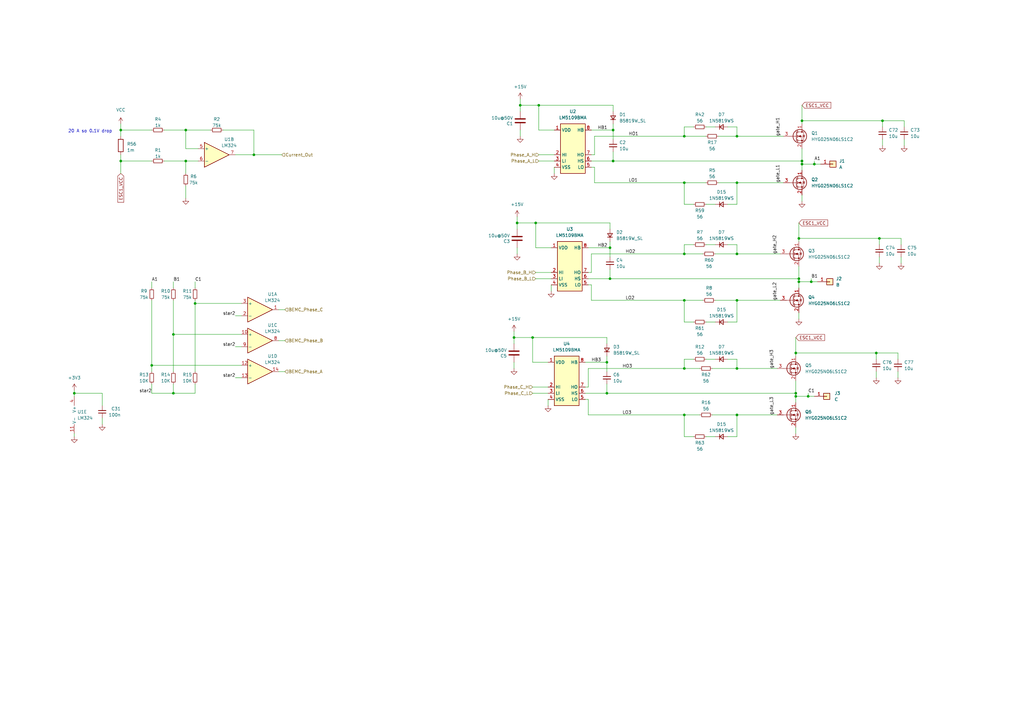
<source format=kicad_sch>
(kicad_sch (version 20230121) (generator eeschema)
  (paper "A3")
  (junction (at 280.67 74.93))
  (junction (at 359.41 144.78))
  (junction (at 210.82 138.43))
  (junction (at 331.47 162.56))
  (junction (at 302.26 170.18))
  (junction (at 280.67 151.13))
  (junction (at 218.44 138.43))
  (junction (at 71.12 161.29))
  (junction (at 248.92 161.29))
  (junction (at 302.26 151.13))
  (junction (at 334.01 67.31))
  (junction (at 302.26 74.93))
  (junction (at 213.36 43.18))
  (junction (at 328.93 49.53))
  (junction (at 360.68 97.79))
  (junction (at 302.26 55.88))
  (junction (at 302.26 104.14))
  (junction (at 280.67 123.19))
  (junction (at 280.67 55.88))
  (junction (at 250.19 101.6))
  (junction (at 361.95 49.53))
  (junction (at 30.48 161.29))
  (junction (at 280.67 104.14))
  (junction (at 327.66 97.79))
  (junction (at 327.66 114.3))
  (junction (at 328.93 66.04))
  (junction (at 104.14 63.5))
  (junction (at 76.2 66.04))
  (junction (at 219.71 91.44))
  (junction (at 80.01 124.46))
  (junction (at 326.39 162.56))
  (junction (at 62.23 149.86))
  (junction (at 328.93 67.31))
  (junction (at 212.09 91.44))
  (junction (at 332.74 115.57))
  (junction (at 327.66 115.57))
  (junction (at 49.53 53.34))
  (junction (at 251.46 66.04))
  (junction (at 49.53 66.04))
  (junction (at 326.39 144.78))
  (junction (at 326.39 161.29))
  (junction (at 248.92 148.59))
  (junction (at 251.46 53.34))
  (junction (at 280.67 170.18))
  (junction (at 302.26 123.19))
  (junction (at 220.98 43.18))
  (junction (at 71.12 137.16))
  (junction (at 76.2 53.34))
  (junction (at 250.19 114.3))
  (wire (pts (xy 327.66 128.27) (xy 327.66 130.81)))
  (wire (pts (xy 327.66 91.44) (xy 327.66 97.79)))
  (wire (pts (xy 284.48 100.33) (xy 280.67 100.33)))
  (wire (pts (xy 243.84 74.93) (xy 280.67 74.93)))
  (wire (pts (xy 104.14 53.34) (xy 91.44 53.34)))
  (wire (pts (xy 114.3 152.4) (xy 116.84 152.4)))
  (wire (pts (xy 360.68 105.41) (xy 360.68 107.95)))
  (wire (pts (xy 240.03 148.59) (xy 248.92 148.59)))
  (wire (pts (xy 219.71 114.3) (xy 226.06 114.3)))
  (wire (pts (xy 327.66 115.57) (xy 332.74 115.57)))
  (wire (pts (xy 71.12 123.19) (xy 71.12 137.16)))
  (wire (pts (xy 62.23 53.34) (xy 49.53 53.34)))
  (wire (pts (xy 280.67 123.19) (xy 288.29 123.19)))
  (wire (pts (xy 328.93 67.31) (xy 328.93 69.85)))
  (wire (pts (xy 62.23 149.86) (xy 99.06 149.86)))
  (wire (pts (xy 284.48 83.82) (xy 280.67 83.82)))
  (wire (pts (xy 212.09 101.6) (xy 212.09 104.14)))
  (wire (pts (xy 62.23 152.4) (xy 62.23 149.86)))
  (wire (pts (xy 359.41 144.78) (xy 368.3 144.78)))
  (wire (pts (xy 49.53 63.5) (xy 49.53 66.04)))
  (wire (pts (xy 293.37 179.07) (xy 289.56 179.07)))
  (wire (pts (xy 332.74 115.57) (xy 335.28 115.57)))
  (wire (pts (xy 332.74 114.3) (xy 332.74 115.57)))
  (wire (pts (xy 80.01 115.57) (xy 80.01 118.11)))
  (wire (pts (xy 284.48 179.07) (xy 280.67 179.07)))
  (wire (pts (xy 76.2 66.04) (xy 76.2 71.12)))
  (wire (pts (xy 213.36 43.18) (xy 213.36 45.72)))
  (wire (pts (xy 218.44 158.75) (xy 224.79 158.75)))
  (wire (pts (xy 250.19 105.41) (xy 250.19 101.6)))
  (wire (pts (xy 41.91 171.45) (xy 41.91 173.99)))
  (wire (pts (xy 62.23 118.11) (xy 62.23 115.57)))
  (wire (pts (xy 361.95 57.15) (xy 361.95 59.69)))
  (wire (pts (xy 280.67 74.93) (xy 280.67 83.82)))
  (wire (pts (xy 328.93 67.31) (xy 334.01 67.31)))
  (wire (pts (xy 293.37 100.33) (xy 289.56 100.33)))
  (wire (pts (xy 326.39 162.56) (xy 326.39 165.1)))
  (wire (pts (xy 49.53 66.04) (xy 49.53 71.12)))
  (wire (pts (xy 243.84 55.88) (xy 280.67 55.88)))
  (wire (pts (xy 242.57 111.76) (xy 242.57 104.14)))
  (wire (pts (xy 212.09 88.9) (xy 212.09 91.44)))
  (wire (pts (xy 226.06 116.84) (xy 226.06 119.38)))
  (wire (pts (xy 292.1 151.13) (xy 302.26 151.13)))
  (wire (pts (xy 219.71 111.76) (xy 226.06 111.76)))
  (wire (pts (xy 302.26 83.82) (xy 298.45 83.82)))
  (wire (pts (xy 280.67 151.13) (xy 287.02 151.13)))
  (wire (pts (xy 368.3 144.78) (xy 368.3 147.32)))
  (wire (pts (xy 302.26 104.14) (xy 302.26 100.33)))
  (wire (pts (xy 369.57 97.79) (xy 369.57 100.33)))
  (wire (pts (xy 243.84 68.58) (xy 243.84 74.93)))
  (wire (pts (xy 76.2 53.34) (xy 67.31 53.34)))
  (wire (pts (xy 250.19 91.44) (xy 250.19 93.98)))
  (wire (pts (xy 280.67 100.33) (xy 280.67 104.14)))
  (wire (pts (xy 242.57 116.84) (xy 242.57 123.19)))
  (wire (pts (xy 370.84 49.53) (xy 370.84 52.07)))
  (wire (pts (xy 49.53 53.34) (xy 49.53 55.88)))
  (wire (pts (xy 328.93 66.04) (xy 328.93 67.31)))
  (wire (pts (xy 280.67 123.19) (xy 280.67 132.08)))
  (wire (pts (xy 327.66 115.57) (xy 327.66 118.11)))
  (wire (pts (xy 220.98 43.18) (xy 251.46 43.18)))
  (wire (pts (xy 210.82 138.43) (xy 218.44 138.43)))
  (wire (pts (xy 80.01 124.46) (xy 80.01 152.4)))
  (wire (pts (xy 302.26 170.18) (xy 302.26 179.07)))
  (wire (pts (xy 360.68 97.79) (xy 369.57 97.79)))
  (wire (pts (xy 327.66 97.79) (xy 327.66 99.06)))
  (wire (pts (xy 302.26 55.88) (xy 302.26 52.07)))
  (wire (pts (xy 81.28 66.04) (xy 76.2 66.04)))
  (wire (pts (xy 334.01 67.31) (xy 336.55 67.31)))
  (wire (pts (xy 302.26 74.93) (xy 321.31 74.93)))
  (wire (pts (xy 241.3 151.13) (xy 280.67 151.13)))
  (wire (pts (xy 242.57 53.34) (xy 251.46 53.34)))
  (wire (pts (xy 241.3 111.76) (xy 242.57 111.76)))
  (wire (pts (xy 326.39 144.78) (xy 326.39 146.05)))
  (wire (pts (xy 248.92 152.4) (xy 248.92 148.59)))
  (wire (pts (xy 302.26 100.33) (xy 298.45 100.33)))
  (wire (pts (xy 242.57 66.04) (xy 251.46 66.04)))
  (wire (pts (xy 30.48 161.29) (xy 30.48 162.56)))
  (wire (pts (xy 242.57 123.19) (xy 280.67 123.19)))
  (wire (pts (xy 302.26 170.18) (xy 318.77 170.18)))
  (wire (pts (xy 96.52 142.24) (xy 99.06 142.24)))
  (wire (pts (xy 86.36 53.34) (xy 76.2 53.34)))
  (wire (pts (xy 241.3 158.75) (xy 241.3 151.13)))
  (wire (pts (xy 251.46 57.15) (xy 251.46 53.34)))
  (wire (pts (xy 280.67 170.18) (xy 280.67 179.07)))
  (wire (pts (xy 80.01 157.48) (xy 80.01 161.29)))
  (wire (pts (xy 49.53 50.8) (xy 49.53 53.34)))
  (wire (pts (xy 280.67 147.32) (xy 280.67 151.13)))
  (wire (pts (xy 71.12 137.16) (xy 71.12 152.4)))
  (wire (pts (xy 80.01 123.19) (xy 80.01 124.46)))
  (wire (pts (xy 219.71 91.44) (xy 250.19 91.44)))
  (wire (pts (xy 302.26 179.07) (xy 298.45 179.07)))
  (wire (pts (xy 248.92 161.29) (xy 248.92 157.48)))
  (wire (pts (xy 242.57 63.5) (xy 243.84 63.5)))
  (wire (pts (xy 302.26 55.88) (xy 321.31 55.88)))
  (wire (pts (xy 328.93 43.18) (xy 328.93 49.53)))
  (wire (pts (xy 284.48 132.08) (xy 280.67 132.08)))
  (wire (pts (xy 250.19 99.06) (xy 250.19 101.6)))
  (wire (pts (xy 293.37 83.82) (xy 289.56 83.82)))
  (wire (pts (xy 326.39 138.43) (xy 326.39 144.78)))
  (wire (pts (xy 326.39 175.26) (xy 326.39 177.8)))
  (wire (pts (xy 96.52 63.5) (xy 104.14 63.5)))
  (wire (pts (xy 328.93 66.04) (xy 328.93 60.96)))
  (wire (pts (xy 241.3 116.84) (xy 242.57 116.84)))
  (wire (pts (xy 240.03 158.75) (xy 241.3 158.75)))
  (wire (pts (xy 220.98 66.04) (xy 227.33 66.04)))
  (wire (pts (xy 331.47 161.29) (xy 331.47 162.56)))
  (wire (pts (xy 76.2 66.04) (xy 67.31 66.04)))
  (wire (pts (xy 251.46 66.04) (xy 328.93 66.04)))
  (wire (pts (xy 292.1 170.18) (xy 302.26 170.18)))
  (wire (pts (xy 294.64 74.93) (xy 302.26 74.93)))
  (wire (pts (xy 250.19 114.3) (xy 250.19 110.49)))
  (wire (pts (xy 240.03 163.83) (xy 241.3 163.83)))
  (wire (pts (xy 220.98 63.5) (xy 227.33 63.5)))
  (wire (pts (xy 359.41 147.32) (xy 359.41 144.78)))
  (wire (pts (xy 62.23 161.29) (xy 62.23 157.48)))
  (wire (pts (xy 360.68 100.33) (xy 360.68 97.79)))
  (wire (pts (xy 302.26 52.07) (xy 298.45 52.07)))
  (wire (pts (xy 242.57 68.58) (xy 243.84 68.58)))
  (wire (pts (xy 248.92 138.43) (xy 248.92 140.97)))
  (wire (pts (xy 369.57 105.41) (xy 369.57 107.95)))
  (wire (pts (xy 210.82 135.89) (xy 210.82 138.43)))
  (wire (pts (xy 250.19 114.3) (xy 327.66 114.3)))
  (wire (pts (xy 361.95 49.53) (xy 370.84 49.53)))
  (wire (pts (xy 243.84 63.5) (xy 243.84 55.88)))
  (wire (pts (xy 41.91 161.29) (xy 30.48 161.29)))
  (wire (pts (xy 326.39 161.29) (xy 326.39 156.21)))
  (wire (pts (xy 218.44 161.29) (xy 224.79 161.29)))
  (wire (pts (xy 326.39 144.78) (xy 359.41 144.78)))
  (wire (pts (xy 99.06 137.16) (xy 71.12 137.16)))
  (wire (pts (xy 280.67 74.93) (xy 289.56 74.93)))
  (wire (pts (xy 334.01 66.04) (xy 334.01 67.31)))
  (wire (pts (xy 293.37 123.19) (xy 302.26 123.19)))
  (wire (pts (xy 284.48 52.07) (xy 280.67 52.07)))
  (wire (pts (xy 284.48 147.32) (xy 280.67 147.32)))
  (wire (pts (xy 219.71 101.6) (xy 226.06 101.6)))
  (wire (pts (xy 114.3 139.7) (xy 116.84 139.7)))
  (wire (pts (xy 104.14 63.5) (xy 115.57 63.5)))
  (wire (pts (xy 302.26 151.13) (xy 302.26 147.32)))
  (wire (pts (xy 302.26 123.19) (xy 302.26 132.08)))
  (wire (pts (xy 302.26 123.19) (xy 320.04 123.19)))
  (wire (pts (xy 280.67 104.14) (xy 288.29 104.14)))
  (wire (pts (xy 326.39 161.29) (xy 326.39 162.56)))
  (wire (pts (xy 220.98 53.34) (xy 227.33 53.34)))
  (wire (pts (xy 104.14 63.5) (xy 104.14 53.34)))
  (wire (pts (xy 331.47 162.56) (xy 334.01 162.56)))
  (wire (pts (xy 210.82 138.43) (xy 210.82 140.97)))
  (wire (pts (xy 218.44 138.43) (xy 248.92 138.43)))
  (wire (pts (xy 328.93 80.01) (xy 328.93 82.55)))
  (wire (pts (xy 302.26 147.32) (xy 298.45 147.32)))
  (wire (pts (xy 227.33 68.58) (xy 227.33 71.12)))
  (wire (pts (xy 280.67 170.18) (xy 287.02 170.18)))
  (wire (pts (xy 294.64 55.88) (xy 302.26 55.88)))
  (wire (pts (xy 328.93 49.53) (xy 361.95 49.53)))
  (wire (pts (xy 293.37 52.07) (xy 289.56 52.07)))
  (wire (pts (xy 71.12 115.57) (xy 71.12 118.11)))
  (wire (pts (xy 302.26 104.14) (xy 320.04 104.14)))
  (wire (pts (xy 76.2 53.34) (xy 76.2 60.96)))
  (wire (pts (xy 218.44 138.43) (xy 218.44 148.59)))
  (wire (pts (xy 359.41 152.4) (xy 359.41 154.94)))
  (wire (pts (xy 241.3 101.6) (xy 250.19 101.6)))
  (wire (pts (xy 251.46 50.8) (xy 251.46 53.34)))
  (wire (pts (xy 280.67 52.07) (xy 280.67 55.88)))
  (wire (pts (xy 213.36 40.64) (xy 213.36 43.18)))
  (wire (pts (xy 218.44 148.59) (xy 224.79 148.59)))
  (wire (pts (xy 114.3 127) (xy 116.84 127)))
  (wire (pts (xy 327.66 114.3) (xy 327.66 109.22)))
  (wire (pts (xy 41.91 166.37) (xy 41.91 161.29)))
  (wire (pts (xy 241.3 114.3) (xy 250.19 114.3)))
  (wire (pts (xy 280.67 55.88) (xy 289.56 55.88)))
  (wire (pts (xy 370.84 57.15) (xy 370.84 59.69)))
  (wire (pts (xy 240.03 161.29) (xy 248.92 161.29)))
  (wire (pts (xy 327.66 114.3) (xy 327.66 115.57)))
  (wire (pts (xy 248.92 146.05) (xy 248.92 148.59)))
  (wire (pts (xy 81.28 60.96) (xy 76.2 60.96)))
  (wire (pts (xy 251.46 66.04) (xy 251.46 62.23)))
  (wire (pts (xy 302.26 132.08) (xy 298.45 132.08)))
  (wire (pts (xy 251.46 43.18) (xy 251.46 45.72)))
  (wire (pts (xy 80.01 124.46) (xy 99.06 124.46)))
  (wire (pts (xy 241.3 170.18) (xy 280.67 170.18)))
  (wire (pts (xy 224.79 163.83) (xy 224.79 166.37)))
  (wire (pts (xy 368.3 152.4) (xy 368.3 154.94)))
  (wire (pts (xy 293.37 132.08) (xy 289.56 132.08)))
  (wire (pts (xy 96.52 129.54) (xy 99.06 129.54)))
  (wire (pts (xy 328.93 49.53) (xy 328.93 50.8)))
  (wire (pts (xy 302.26 151.13) (xy 318.77 151.13)))
  (wire (pts (xy 213.36 53.34) (xy 213.36 55.88)))
  (wire (pts (xy 212.09 91.44) (xy 219.71 91.44)))
  (wire (pts (xy 241.3 163.83) (xy 241.3 170.18)))
  (wire (pts (xy 242.57 104.14) (xy 280.67 104.14)))
  (wire (pts (xy 210.82 148.59) (xy 210.82 151.13)))
  (wire (pts (xy 293.37 104.14) (xy 302.26 104.14)))
  (wire (pts (xy 30.48 177.8) (xy 30.48 179.07)))
  (wire (pts (xy 62.23 149.86) (xy 62.23 123.19)))
  (wire (pts (xy 30.48 160.02) (xy 30.48 161.29)))
  (wire (pts (xy 96.52 154.94) (xy 99.06 154.94)))
  (wire (pts (xy 76.2 76.2) (xy 76.2 81.28)))
  (wire (pts (xy 326.39 162.56) (xy 331.47 162.56)))
  (wire (pts (xy 248.92 161.29) (xy 326.39 161.29)))
  (wire (pts (xy 71.12 161.29) (xy 62.23 161.29)))
  (wire (pts (xy 80.01 161.29) (xy 71.12 161.29)))
  (wire (pts (xy 220.98 43.18) (xy 220.98 53.34)))
  (wire (pts (xy 212.09 91.44) (xy 212.09 93.98)))
  (wire (pts (xy 327.66 97.79) (xy 360.68 97.79)))
  (wire (pts (xy 62.23 66.04) (xy 49.53 66.04)))
  (wire (pts (xy 302.26 74.93) (xy 302.26 83.82)))
  (wire (pts (xy 361.95 52.07) (xy 361.95 49.53)))
  (wire (pts (xy 71.12 157.48) (xy 71.12 161.29)))
  (wire (pts (xy 293.37 147.32) (xy 289.56 147.32)))
  (wire (pts (xy 213.36 43.18) (xy 220.98 43.18)))
  (wire (pts (xy 219.71 91.44) (xy 219.71 101.6)))
  (text "20 A so 0.1V drop" (at 27.94 54.61 0) (effects (font (size 1.27 1.27)) (justify left bottom)))
  (label "star2" (at 96.52 154.94 180))
  (label "gate_L2" (at 318.77 123.19 90))
  (label "gate_H1" (at 320.04 55.88 90))
  (label "B1" (at 71.12 115.57 0))
  (label "A1" (at 62.23 115.57 0))
  (label "gate_L3" (at 317.5 170.18 90))
  (label "C1" (at 80.01 115.57 0))
  (label "LO3" (at 255.27 170.18 0))
  (label "gate_H2" (at 318.77 104.14 90))
  (label "LO2" (at 256.54 123.19 0))
  (label "star2" (at 96.52 142.24 180))
  (label "HB1" (at 245.11 53.34 0))
  (label "HB2" (at 245.11 101.6 0))
  (label "LO1" (at 257.81 74.93 0))
  (label "gate_H3" (at 317.5 151.13 90))
  (label "B1" (at 332.74 114.3 0))
  (label "HB3" (at 242.57 148.59 0))
  (label "C1" (at 331.47 161.29 0))
  (label "gate_L1" (at 320.04 74.93 90))
  (label "star2" (at 62.23 161.29 180))
  (label "star2" (at 96.52 129.54 180))
  (label "A1" (at 334.01 66.04 0))
  (label "HO3" (at 255.27 151.13 0))
  (label "HO1" (at 257.81 55.88 0))
  (label "HO2" (at 256.54 104.14 0))
  (global_label "ESC1_VCC" (shape input) (at 326.39 138.43 0) (property "Intersheetrefs" "${INTERSHEET_REFS}" (effects hide)))
  (global_label "ESC1_VCC" (shape input) (at 328.93 43.18 0) (property "Intersheetrefs" "${INTERSHEET_REFS}" (effects hide)))
  (global_label "ESC1_VCC" (shape input) (at 49.53 71.12 270) (property "Intersheetrefs" "${INTERSHEET_REFS}" (effects hide)))
  (global_label "ESC1_VCC" (shape input) (at 327.66 91.44 0) (property "Intersheetrefs" "${INTERSHEET_REFS}" (effects hide)))
  (hierarchical_label "Phase_C_L" (shape input) (at 218.44 161.29 180))
  (hierarchical_label "BEMC_Phase_A" (shape input) (at 116.84 152.4 0))
  (hierarchical_label "Phase_C_H" (shape input) (at 218.44 158.75 180))
  (hierarchical_label "Phase_A_H" (shape input) (at 220.98 63.5 180))
  (hierarchical_label "BEMC_Phase_C" (shape input) (at 116.84 127 0))
  (hierarchical_label "Phase_A_L" (shape input) (at 220.98 66.04 180))
  (hierarchical_label "Phase_B_L" (shape input) (at 219.71 114.3 180))
  (hierarchical_label "Current_Out" (shape input) (at 115.57 63.5 0))
  (hierarchical_label "Phase_B_H" (shape input) (at 219.71 111.76 180))
  (hierarchical_label "BEMC_Phase_B" (shape input) (at 116.84 139.7 0))
  (symbol (lib_id "Device:C_Small") (at 360.68 102.87 0) (unit 1)
    (property "Reference" "C74" (at 363.22 101.6062 0) (effects (justify left)))
    (property "Value" "10u" (at 363.22 104.1462 0) (effects (justify left)))
    (property "Footprint" "Capacitor_SMD:C_1206_3216Metric" (effects hide))
    (property "LCSC" "C13585" (effects hide))
    (instances (project "ESP32_dual_ESC" (path "" (reference "C74") (unit 1)) (path "" (reference "C68") (unit 1))) (project "RP2040_ESP32_dual_ESC" (path "" (reference "C24") (unit 1)) (path "" (reference "C2") (unit 1))))
  )
  (symbol (lib_id "power:GND") (at 359.41 154.94 0) (unit 1)
    (property "Reference" "#PWR096" (effects hide))
    (property "Value" "GND" (effects hide))
    (instances (project "ESP32_dual_ESC" (path "" (reference "#PWR096") (unit 1)) (path "" (reference "#PWR068") (unit 1))) (project "RP2040_ESP32_dual_ESC" (path "" (reference "#PWR0109") (unit 1)) (path "" (reference "#PWR0101") (unit 1))))
  )
  (symbol (lib_id "power:+15V") (at 210.82 135.89 0) (unit 1)
    (property "Reference" "#PWR011" (effects hide))
    (property "Value" "+15V" (at 210.82 130.81 0))
    (instances (project "ESP32_dual_ESC" (path "" (reference "#PWR011") (unit 1))) (project "RP2040_ESP32_dual_ESC" (path "" (reference "#PWR052") (unit 1)) (path "" (reference "#PWR011") (unit 1))))
  )
  (symbol (lib_id "Device:R_Small") (at 287.02 83.82 270) (mirror x) (unit 1)
    (property "Reference" "R59" (at 287.02 86.36 90))
    (property "Value" "56" (at 287.02 88.9 90))
    (property "Footprint" "Resistor_SMD:R_0603_1608Metric" (effects hide))
    (property "LCSC" "C25196" (effects hide))
    (instances (project "ESP32_dual_ESC" (path "" (reference "R59") (unit 1)) (path "" (reference "R28") (unit 1))) (project "RP2040_ESP32_dual_ESC" (path "" (reference "R42") (unit 1)) (path "" (reference "R17") (unit 1))))
  )
  (symbol (lib_id "Device:C_Small") (at 368.3 149.86 0) (unit 1)
    (property "Reference" "C77" (at 370.84 148.5962 0) (effects (justify left)))
    (property "Value" "10u" (at 370.84 151.1362 0) (effects (justify left)))
    (property "Footprint" "Capacitor_SMD:C_1206_3216Metric" (effects hide))
    (property "LCSC" "C13585" (effects hide))
    (instances (project "ESP32_dual_ESC" (path "" (reference "C77") (unit 1)) (path "" (reference "C71") (unit 1))) (project "RP2040_ESP32_dual_ESC" (path "" (reference "C24") (unit 1)) (path "" (reference "C2") (unit 1))))
  )
  (symbol (lib_id "Device:C") (at 212.09 97.79 180) (unit 1)
    (property "Reference" "C3" (at 209.169 98.9584 0) (effects (justify left)))
    (property "Value" "10u@50V" (at 209.169 96.647 0) (effects (justify left)))
    (property "Footprint" "Capacitor_SMD:C_0805_2012Metric" (effects hide))
    (property "LCSC" "C440198" (effects hide))
    (instances (project "ESP32_dual_ESC" (path "" (reference "C3") (unit 1))) (project "RP2040_ESP32_dual_ESC" (path "" (reference "C26") (unit 1)) (path "" (reference "C3") (unit 1))))
  )
  (symbol (lib_id "power:+15V") (at 213.36 40.64 0) (unit 1)
    (property "Reference" "#PWR02" (effects hide))
    (property "Value" "+15V" (at 213.36 35.56 0))
    (instances (project "ESP32_dual_ESC" (path "" (reference "#PWR02") (unit 1))) (project "RP2040_ESP32_dual_ESC" (path "" (reference "#PWR044") (unit 1)) (path "" (reference "#PWR02") (unit 1))))
  )
  (symbol (lib_name "D_Small_1") (lib_id "Device:D_Small") (at 295.91 52.07 0) (unit 1)
    (property "Reference" "D7" (at 295.91 46.99 0))
    (property "Value" "1N5819WS" (at 295.91 49.53 0))
    (property "Footprint" "Diode_SMD:D_SOD-323" (effects hide))
    (property "Datasheet" "https://datasheet.lcsc.com/lcsc/2204281430_Guangdong-Hottech-1N5819WS_C191023.pdf" (effects hide))
    (property "Sim.Device" "D" (effects hide))
    (property "Sim.Pins" "1=K 2=A" (effects hide))
    (property "LCSC" "C191023" (effects hide))
    (instances (project "ESP32_dual_ESC" (path "" (reference "D7") (unit 1)) (path "" (reference "D16") (unit 1))))
  )
  (symbol (lib_id "Amplifier_Operational:LM324") (at 88.9 63.5 0) (unit 2)
    (property "Reference" "U1" (at 93.98 57.15 0))
    (property "Value" "LM324" (at 93.98 59.69 0))
    (property "Datasheet" "http://www.ti.com/lit/ds/symlink/lm2902-n.pdf" (effects hide))
    (instances (project "ESP32_dual_ESC" (path "" (reference "U1") (unit 2))) (project "RP2040_ESP32_dual_ESC" (path "" (reference "U8") (unit 2)) (path "" (reference "U1") (unit 2))))
  )
  (symbol (lib_id "Device:R") (at 49.53 59.69 0) (unit 1)
    (property "Reference" "R56" (at 52.07 59.055 0) (effects (justify left)))
    (property "Value" "1m" (at 52.07 61.595 0) (effects (justify left)))
    (property "Footprint" "Resistor_SMD:R_2512_6332Metric" (effects hide))
    (instances (project "ESP32_dual_ESC" (path "" (reference "R56") (unit 1)) (path "" (reference "R3") (unit 1))))
  )
  (symbol (lib_id "power:GND") (at 226.06 119.38 0) (unit 1)
    (property "Reference" "#PWR09" (effects hide))
    (property "Value" "GND" (effects hide))
    (instances (project "ESP32_dual_ESC" (path "" (reference "#PWR09") (unit 1))) (project "RP2040_ESP32_dual_ESC" (path "" (reference "#PWR050") (unit 1)) (path "" (reference "#PWR09") (unit 1))))
  )
  (symbol (lib_id "power:GND") (at 213.36 55.88 0) (unit 1)
    (property "Reference" "#PWR03" (effects hide))
    (property "Value" "GND" (effects hide))
    (instances (project "ESP32_dual_ESC" (path "" (reference "#PWR03") (unit 1))) (project "RP2040_ESP32_dual_ESC" (path "" (reference "#PWR045") (unit 1)) (path "" (reference "#PWR03") (unit 1))))
  )
  (symbol (lib_id "power:VCC") (at 49.53 50.8 0) (unit 1)
    (property "Reference" "#PWR01" (effects hide))
    (property "Value" "VCC" (at 49.53 45.085 0))
    (instances (project "ESP32_dual_ESC" (path "" (reference "#PWR01") (unit 1))) (project "RP2040_ESP32_dual_ESC" (path "" (reference "#PWR0113") (unit 1)) (path "" (reference "#PWR0105") (unit 1))))
  )
  (symbol (lib_id "power:+15V") (at 212.09 88.9 0) (unit 1)
    (property "Reference" "#PWR07" (effects hide))
    (property "Value" "+15V" (at 212.09 83.82 0))
    (instances (project "ESP32_dual_ESC" (path "" (reference "#PWR07") (unit 1))) (project "RP2040_ESP32_dual_ESC" (path "" (reference "#PWR048") (unit 1)) (path "" (reference "#PWR07") (unit 1))))
  )
  (symbol (lib_id "Device:Q_NMOS_DSG") (at 326.39 74.93 0) (unit 1)
    (property "Reference" "Q2" (at 332.74 73.6599 0) (effects (justify left)))
    (property "Value" "HYG025N06LS1C2" (at 332.74 76.1999 0) (effects (justify left)))
    (property "Footprint" "Z_mycustom_footprint_lib:DFN-8_(5x6)" (effects hide))
    (property "Datasheet" "https://datasheet.lcsc.com/lcsc/2105242011_HUAYI-HYG025N06LS1C2_C2827231.pdf" (effects hide))
    (property "LCSC" "C2827231" (effects hide))
    (instances (project "ESP32_dual_ESC" (path "" (reference "Q2") (unit 1))) (project "RP2040_ESP32_dual_ESC" (path "" (reference "Q8") (unit 1)) (path "" (reference "Q2") (unit 1))))
  )
  (symbol (lib_id "power:GND") (at 326.39 177.8 0) (unit 1)
    (property "Reference" "#PWR017" (effects hide))
    (property "Value" "GND" (effects hide))
    (instances (project "ESP32_dual_ESC" (path "" (reference "#PWR017") (unit 1))) (project "RP2040_ESP32_dual_ESC" (path "" (reference "#PWR0110") (unit 1)) (path "" (reference "#PWR0102") (unit 1))))
  )
  (symbol (lib_id "Device:R_Small") (at 290.83 104.14 270) (mirror x) (unit 1)
    (property "Reference" "R60" (at 290.83 106.68 90))
    (property "Value" "56" (at 290.83 109.22 90))
    (property "Footprint" "Resistor_SMD:R_0603_1608Metric" (effects hide))
    (property "LCSC" "C25196" (effects hide))
    (instances (project "ESP32_dual_ESC" (path "" (reference "R60") (unit 1)) (path "" (reference "R28") (unit 1))) (project "RP2040_ESP32_dual_ESC" (path "" (reference "R42") (unit 1)) (path "" (reference "R17") (unit 1))))
  )
  (symbol (lib_id "Device:R_Small") (at 290.83 123.19 90) (mirror x) (unit 1)
    (property "Reference" "R8" (at 290.83 118.11 90))
    (property "Value" "56" (at 290.83 120.65 90))
    (property "Footprint" "Resistor_SMD:R_0603_1608Metric" (effects hide))
    (property "LCSC" "C25196" (effects hide))
    (instances (project "ESP32_dual_ESC" (path "" (reference "R8") (unit 1)) (path "" (reference "R28") (unit 1))) (project "RP2040_ESP32_dual_ESC" (path "" (reference "R42") (unit 1)) (path "" (reference "R17") (unit 1))))
  )
  (symbol (lib_name "D_Small_1") (lib_id "Device:D_Small") (at 295.91 179.07 0) (unit 1)
    (property "Reference" "D15" (at 295.91 173.99 0))
    (property "Value" "1N5819WS" (at 295.91 176.53 0))
    (property "Footprint" "Diode_SMD:D_SOD-323" (effects hide))
    (property "Datasheet" "https://datasheet.lcsc.com/lcsc/2204281430_Guangdong-Hottech-1N5819WS_C191023.pdf" (effects hide))
    (property "Sim.Device" "D" (effects hide))
    (property "Sim.Pins" "1=K 2=A" (effects hide))
    (property "LCSC" "C191023" (effects hide))
    (instances (project "ESP32_dual_ESC" (path "" (reference "D15") (unit 1)) (path "" (reference "D21") (unit 1))))
  )
  (symbol (lib_id "power:+3V3") (at 30.48 160.02 0) (unit 1)
    (property "Reference" "#PWR012" (effects hide))
    (property "Value" "+3V3" (at 30.48 154.94 0))
    (instances (project "ESP32_dual_ESC" (path "" (reference "#PWR012") (unit 1))) (project "RP2040_ESP32_dual_ESC" (path "" (reference "#PWR0116") (unit 1)) (path "" (reference "#PWR0108") (unit 1))))
  )
  (symbol (lib_name "D_Small_1") (lib_id "Device:D_Small") (at 295.91 132.08 0) (unit 1)
    (property "Reference" "D15" (at 295.91 127 0))
    (property "Value" "1N5819WS" (at 295.91 129.54 0))
    (property "Footprint" "Diode_SMD:D_SOD-323" (effects hide))
    (property "Datasheet" "https://datasheet.lcsc.com/lcsc/2204281430_Guangdong-Hottech-1N5819WS_C191023.pdf" (effects hide))
    (property "Sim.Device" "D" (effects hide))
    (property "Sim.Pins" "1=K 2=A" (effects hide))
    (property "LCSC" "C191023" (effects hide))
    (instances (project "ESP32_dual_ESC" (path "" (reference "D15") (unit 1)) (path "" (reference "D19") (unit 1))))
  )
  (symbol (lib_id "Device:C") (at 213.36 49.53 180) (unit 1)
    (property "Reference" "C1" (at 210.439 50.6984 0) (effects (justify left)))
    (property "Value" "10u@50V" (at 210.439 48.387 0) (effects (justify left)))
    (property "Footprint" "Capacitor_SMD:C_0805_2012Metric" (effects hide))
    (property "LCSC" "C440198" (effects hide))
    (instances (project "ESP32_dual_ESC" (path "" (reference "C1") (unit 1))) (project "RP2040_ESP32_dual_ESC" (path "" (reference "C23") (unit 1)) (path "" (reference "C1") (unit 1))))
  )
  (symbol (lib_id "Device:R_Small") (at 292.1 74.93 90) (mirror x) (unit 1)
    (property "Reference" "R5" (at 292.1 69.85 90))
    (property "Value" "56" (at 292.1 72.39 90))
    (property "Footprint" "Resistor_SMD:R_0603_1608Metric" (effects hide))
    (property "LCSC" "C25196" (effects hide))
    (instances (project "ESP32_dual_ESC" (path "" (reference "R5") (unit 1)) (path "" (reference "R28") (unit 1))) (project "RP2040_ESP32_dual_ESC" (path "" (reference "R42") (unit 1)) (path "" (reference "R17") (unit 1))))
  )
  (symbol (lib_id "Device:R_Small") (at 62.23 154.94 180) (unit 1)
    (property "Reference" "R13" (at 59.055 153.67 0))
    (property "Value" "10K" (at 59.055 156.21 0))
    (property "Footprint" "Resistor_SMD:R_0603_1608Metric" (effects hide))
    (property "LCSC" "C25804" (effects hide))
    (instances (project "ESP32_dual_ESC" (path "" (reference "R13") (unit 1))) (project "RP2040_ESP32_dual_ESC" (path "" (reference "R39") (unit 1)) (path "" (reference "R14") (unit 1))))
  )
  (symbol (lib_id "Device:C_Small") (at 359.41 149.86 0) (unit 1)
    (property "Reference" "C76" (at 361.95 148.5962 0) (effects (justify left)))
    (property "Value" "10u" (at 361.95 151.1362 0) (effects (justify left)))
    (property "Footprint" "Capacitor_SMD:C_1206_3216Metric" (effects hide))
    (property "LCSC" "C13585" (effects hide))
    (instances (project "ESP32_dual_ESC" (path "" (reference "C76") (unit 1)) (path "" (reference "C70") (unit 1))) (project "RP2040_ESP32_dual_ESC" (path "" (reference "C24") (unit 1)) (path "" (reference "C2") (unit 1))))
  )
  (symbol (lib_id "Connector_Generic:Conn_01x01") (at 340.36 115.57 0) (unit 1) (in_bom no)
    (property "Reference" "J2" (at 342.9 114.2999 0) (effects (justify left)))
    (property "Value" "B" (at 342.9 116.8399 0) (effects (justify left)))
    (property "Footprint" "MountingHole:MountingHole_2.5mm_Pad_TopBottom" (effects hide))
    (instances (project "ESP32_dual_ESC" (path "" (reference "J2") (unit 1))) (project "RP2040_ESP32_dual_ESC" (path "" (reference "J5") (unit 1)) (path "" (reference "J2") (unit 1))))
  )
  (symbol (lib_id "Amplifier_Operational:LM324") (at 106.68 127 0) (unit 1)
    (property "Reference" "U1" (at 111.76 120.65 0))
    (property "Value" "LM324" (at 111.76 123.19 0))
    (property "Datasheet" "http://www.ti.com/lit/ds/symlink/lm2902-n.pdf" (effects hide))
    (instances (project "ESP32_dual_ESC" (path "" (reference "U1") (unit 1))) (project "RP2040_ESP32_dual_ESC" (path "" (reference "U8") (unit 1)) (path "" (reference "U1") (unit 1))))
  )
  (symbol (lib_id "Device:D_Small") (at 248.92 143.51 90) (unit 1)
    (property "Reference" "D3" (at 251.46 142.2399 90) (effects (justify right)))
    (property "Value" "B5819W_SL" (at 251.46 144.7799 90) (effects (justify right)))
    (property "Footprint" "Diode_SMD:D_SOD-123" (effects hide))
    (property "LCSC" "C8598" (effects hide))
    (instances (project "ESP32_dual_ESC" (path "" (reference "D3") (unit 1))) (project "RP2040_ESP32_dual_ESC" (path "" (reference "D8") (unit 1)) (path "" (reference "D3") (unit 1))))
  )
  (symbol (lib_id "Device:R_Small") (at 80.01 154.94 180) (unit 1)
    (property "Reference" "R15" (at 76.835 153.67 0))
    (property "Value" "10K" (at 76.835 156.21 0))
    (property "Footprint" "Resistor_SMD:R_0603_1608Metric" (effects hide))
    (property "LCSC" "C25804" (effects hide))
    (instances (project "ESP32_dual_ESC" (path "" (reference "R15") (unit 1))) (project "RP2040_ESP32_dual_ESC" (path "" (reference "R41") (unit 1)) (path "" (reference "R16") (unit 1))))
  )
  (symbol (lib_id "power:GND") (at 360.68 107.95 0) (unit 1)
    (property "Reference" "#PWR094" (effects hide))
    (property "Value" "GND" (effects hide))
    (instances (project "ESP32_dual_ESC" (path "" (reference "#PWR094") (unit 1)) (path "" (reference "#PWR048") (unit 1))) (project "RP2040_ESP32_dual_ESC" (path "" (reference "#PWR0109") (unit 1)) (path "" (reference "#PWR0101") (unit 1))))
  )
  (symbol (lib_id "Device:C_Small") (at 41.91 168.91 180) (unit 1)
    (property "Reference" "C31" (at 49.53 167.64 0) (effects (justify left)))
    (property "Value" "100n" (at 49.53 170.18 0) (effects (justify left)))
    (property "Footprint" "Capacitor_SMD:C_0603_1608Metric" (effects hide))
    (property "LCSC" "C14663" (effects hide))
    (instances (project "Ethernet_switch_4out" (path "" (reference "C31") (unit 1)) (path "" (reference "C38") (unit 1)) (path "" (reference "C41") (unit 1)) (path "" (reference "C44") (unit 1)) (path "" (reference "C47") (unit 1))) (project "cross_band_handy_walkie_talkie_ES8388" (path "" (reference "C1") (unit 1))) (project "ESP32_dual_ESC" (path "" (reference "C14") (unit 1)) (path "" (reference "C7") (unit 1))))
  )
  (symbol (lib_id "Device:R_Small") (at 289.56 170.18 90) (mirror x) (unit 1)
    (property "Reference" "R16" (at 289.56 165.1 90))
    (property "Value" "56" (at 289.56 167.64 90))
    (property "Footprint" "Resistor_SMD:R_0603_1608Metric" (effects hide))
    (property "LCSC" "C25196" (effects hide))
    (instances (project "ESP32_dual_ESC" (path "" (reference "R16") (unit 1)) (path "" (reference "R28") (unit 1))) (project "RP2040_ESP32_dual_ESC" (path "" (reference "R42") (unit 1)) (path "" (reference "R17") (unit 1))))
  )
  (symbol (lib_id "power:GND") (at 369.57 107.95 0) (unit 1)
    (property "Reference" "#PWR095" (effects hide))
    (property "Value" "GND" (effects hide))
    (instances (project "ESP32_dual_ESC" (path "" (reference "#PWR095") (unit 1)) (path "" (reference "#PWR067") (unit 1))) (project "RP2040_ESP32_dual_ESC" (path "" (reference "#PWR0109") (unit 1)) (path "" (reference "#PWR0101") (unit 1))))
  )
  (symbol (lib_id "power:GND") (at 370.84 59.69 0) (unit 1)
    (property "Reference" "#PWR093" (effects hide))
    (property "Value" "GND" (effects hide))
    (instances (project "ESP32_dual_ESC" (path "" (reference "#PWR093") (unit 1)) (path "" (reference "#PWR047") (unit 1))) (project "RP2040_ESP32_dual_ESC" (path "" (reference "#PWR0109") (unit 1)) (path "" (reference "#PWR0101") (unit 1))))
  )
  (symbol (lib_id "Device:Q_NMOS_DSG") (at 323.85 151.13 0) (unit 1)
    (property "Reference" "Q5" (at 330.2 149.8599 0) (effects (justify left)))
    (property "Value" "HYG025N06LS1C2" (at 330.2 152.3999 0) (effects (justify left)))
    (property "Footprint" "Z_mycustom_footprint_lib:DFN-8_(5x6)" (effects hide))
    (property "Datasheet" "https://datasheet.lcsc.com/lcsc/2105242011_HUAYI-HYG025N06LS1C2_C2827231.pdf" (effects hide))
    (property "LCSC" "C2827231" (effects hide))
    (instances (project "ESP32_dual_ESC" (path "" (reference "Q5") (unit 1))) (project "RP2040_ESP32_dual_ESC" (path "" (reference "Q11") (unit 1)) (path "" (reference "Q5") (unit 1))))
  )
  (symbol (lib_id "Connector_Generic:Conn_01x01") (at 339.09 162.56 0) (unit 1) (in_bom no)
    (property "Reference" "J3" (at 342.265 161.2899 0) (effects (justify left)))
    (property "Value" "C" (at 342.265 163.8299 0) (effects (justify left)))
    (property "Footprint" "MountingHole:MountingHole_2.5mm_Pad_TopBottom" (effects hide))
    (instances (project "ESP32_dual_ESC" (path "" (reference "J3") (unit 1))) (project "RP2040_ESP32_dual_ESC" (path "" (reference "J6") (unit 1)) (path "" (reference "J3") (unit 1))))
  )
  (symbol (lib_id "Driver_FET:LM5109BMA") (at 234.95 60.96 0) (unit 1)
    (property "Reference" "U2" (at 234.95 45.72 0))
    (property "Value" "LM5109BMA" (at 234.95 48.26 0))
    (property "Footprint" "Package_SO:SOIC-8_3.9x4.9mm_P1.27mm" (effects hide))
    (property "Datasheet" "http://www.ti.com/lit/ds/symlink/lm5109b.pdf" (effects hide))
    (property "LCSC" "C116862" (effects hide))
    (instances (project "ESP32_dual_ESC" (path "" (reference "U2") (unit 1))) (project "RP2040_ESP32_dual_ESC" (path "" (reference "U9") (unit 1)) (path "" (reference "U2") (unit 1))))
  )
  (symbol (lib_id "Device:C_Small") (at 369.57 102.87 0) (unit 1)
    (property "Reference" "C75" (at 372.11 101.6062 0) (effects (justify left)))
    (property "Value" "10u" (at 372.11 104.1462 0) (effects (justify left)))
    (property "Footprint" "Capacitor_SMD:C_1206_3216Metric" (effects hide))
    (property "LCSC" "C13585" (effects hide))
    (instances (project "ESP32_dual_ESC" (path "" (reference "C75") (unit 1)) (path "" (reference "C69") (unit 1))) (project "RP2040_ESP32_dual_ESC" (path "" (reference "C24") (unit 1)) (path "" (reference "C2") (unit 1))))
  )
  (symbol (lib_id "Device:C_Small") (at 248.92 154.94 0) (unit 1)
    (property "Reference" "C6" (at 251.46 153.6762 0) (effects (justify left)))
    (property "Value" "10u" (at 251.46 156.2162 0) (effects (justify left)))
    (property "Footprint" "Capacitor_SMD:C_0805_2012Metric" (effects hide))
    (property "LCSC" "C15850" (effects hide))
    (instances (project "ESP32_dual_ESC" (path "" (reference "C6") (unit 1)) (path "" (reference "C19") (unit 1))) (project "RP2040_ESP32_dual_ESC" (path "" (reference "C24") (unit 1)) (path "" (reference "C2") (unit 1))))
  )
  (symbol (lib_id "Device:R_Small") (at 287.02 132.08 270) (mirror x) (unit 1)
    (property "Reference" "R61" (at 287.02 134.62 90))
    (property "Value" "56" (at 287.02 137.16 90))
    (property "Footprint" "Resistor_SMD:R_0603_1608Metric" (effects hide))
    (property "LCSC" "C25196" (effects hide))
    (instances (project "ESP32_dual_ESC" (path "" (reference "R61") (unit 1)) (path "" (reference "R28") (unit 1))) (project "RP2040_ESP32_dual_ESC" (path "" (reference "R42") (unit 1)) (path "" (reference "R17") (unit 1))))
  )
  (symbol (lib_id "Device:Q_NMOS_DSG") (at 325.12 104.14 0) (unit 1)
    (property "Reference" "Q3" (at 331.47 102.8699 0) (effects (justify left)))
    (property "Value" "HYG025N06LS1C2" (at 331.47 105.4099 0) (effects (justify left)))
    (property "Footprint" "Z_mycustom_footprint_lib:DFN-8_(5x6)" (effects hide))
    (property "Datasheet" "https://datasheet.lcsc.com/lcsc/2105242011_HUAYI-HYG025N06LS1C2_C2827231.pdf" (effects hide))
    (property "LCSC" "C2827231" (effects hide))
    (instances (project "ESP32_dual_ESC" (path "" (reference "Q3") (unit 1))) (project "RP2040_ESP32_dual_ESC" (path "" (reference "Q9") (unit 1)) (path "" (reference "Q3") (unit 1))))
  )
  (symbol (lib_id "Device:C_Small") (at 250.19 107.95 0) (unit 1)
    (property "Reference" "C4" (at 252.73 106.6862 0) (effects (justify left)))
    (property "Value" "10u" (at 252.73 109.2262 0) (effects (justify left)))
    (property "Footprint" "Capacitor_SMD:C_0805_2012Metric" (effects hide))
    (property "LCSC" "C15850" (effects hide))
    (instances (project "ESP32_dual_ESC" (path "" (reference "C4") (unit 1)) (path "" (reference "C19") (unit 1))) (project "RP2040_ESP32_dual_ESC" (path "" (reference "C24") (unit 1)) (path "" (reference "C2") (unit 1))))
  )
  (symbol (lib_id "Driver_FET:LM5109BMA") (at 233.68 109.22 0) (unit 1)
    (property "Reference" "U3" (at 233.68 93.98 0))
    (property "Value" "LM5109BMA" (at 233.68 96.52 0))
    (property "Footprint" "Package_SO:SOIC-8_3.9x4.9mm_P1.27mm" (effects hide))
    (property "Datasheet" "http://www.ti.com/lit/ds/symlink/lm5109b.pdf" (effects hide))
    (property "LCSC" "C116862" (effects hide))
    (instances (project "ESP32_dual_ESC" (path "" (reference "U3") (unit 1))) (project "RP2040_ESP32_dual_ESC" (path "" (reference "U10") (unit 1)) (path "" (reference "U3") (unit 1))))
  )
  (symbol (lib_id "Device:R_Small") (at 62.23 120.65 180) (unit 1)
    (property "Reference" "R9" (at 59.055 119.38 0))
    (property "Value" "75k" (at 59.055 121.92 0))
    (property "Footprint" "Resistor_SMD:R_0603_1608Metric" (effects hide))
    (property "LCSC" "C23242" (effects hide))
    (instances (project "ESP32_dual_ESC" (path "" (reference "R9") (unit 1))) (project "RP2040_ESP32_dual_ESC" (path "" (reference "R27") (unit 1)) (path "" (reference "R10") (unit 1))))
  )
  (symbol (lib_id "Device:C") (at 210.82 144.78 180) (unit 1)
    (property "Reference" "C5" (at 207.899 145.9484 0) (effects (justify left)))
    (property "Value" "10u@50V" (at 207.899 143.637 0) (effects (justify left)))
    (property "Footprint" "Capacitor_SMD:C_0805_2012Metric" (effects hide))
    (property "LCSC" "C440198" (effects hide))
    (instances (project "ESP32_dual_ESC" (path "" (reference "C5") (unit 1))) (project "RP2040_ESP32_dual_ESC" (path "" (reference "C28") (unit 1)) (path "" (reference "C5") (unit 1))))
  )
  (symbol (lib_id "power:GND") (at 368.3 154.94 0) (unit 1)
    (property "Reference" "#PWR097" (effects hide))
    (property "Value" "GND" (effects hide))
    (instances (project "ESP32_dual_ESC" (path "" (reference "#PWR097") (unit 1)) (path "" (reference "#PWR091") (unit 1))) (project "RP2040_ESP32_dual_ESC" (path "" (reference "#PWR0109") (unit 1)) (path "" (reference "#PWR0101") (unit 1))))
  )
  (symbol (lib_id "Device:R_Small") (at 64.77 66.04 270) (mirror x) (unit 1)
    (property "Reference" "R1" (at 64.77 61.595 90))
    (property "Value" "1k" (at 64.77 64.135 90))
    (property "Footprint" "Resistor_SMD:R_0402_1005Metric" (effects hide))
    (property "LCSC" "C11702" (effects hide))
    (instances (project "ESP32_dual_ESC" (path "" (reference "R1") (unit 1)) (path "" (reference "R26") (unit 1)) (path "" (reference "R66") (unit 1))) (project "RP2040_ESP32_dual_ESC" (path "" (reference "R41") (unit 1)) (path "" (reference "R16") (unit 1))))
  )
  (symbol (lib_name "D_Small_1") (lib_id "Device:D_Small") (at 295.91 147.32 0) (unit 1)
    (property "Reference" "D7" (at 295.91 142.24 0))
    (property "Value" "1N5819WS" (at 295.91 144.78 0))
    (property "Footprint" "Diode_SMD:D_SOD-323" (effects hide))
    (property "Datasheet" "https://datasheet.lcsc.com/lcsc/2204281430_Guangdong-Hottech-1N5819WS_C191023.pdf" (effects hide))
    (property "Sim.Device" "D" (effects hide))
    (property "Sim.Pins" "1=K 2=A" (effects hide))
    (property "LCSC" "C191023" (effects hide))
    (instances (project "ESP32_dual_ESC" (path "" (reference "D7") (unit 1)) (path "" (reference "D20") (unit 1))))
  )
  (symbol (lib_id "Device:R_Small") (at 287.02 147.32 90) (mirror x) (unit 1)
    (property "Reference" "R12" (at 287.02 142.24 90))
    (property "Value" "56" (at 287.02 144.78 90))
    (property "Footprint" "Resistor_SMD:R_0603_1608Metric" (effects hide))
    (property "LCSC" "C25196" (effects hide))
    (instances (project "ESP32_dual_ESC" (path "" (reference "R12") (unit 1)) (path "" (reference "R28") (unit 1))) (project "RP2040_ESP32_dual_ESC" (path "" (reference "R42") (unit 1)) (path "" (reference "R17") (unit 1))))
  )
  (symbol (lib_id "Amplifier_Operational:LM324") (at 106.68 152.4 0) (unit 4)
    (property "Reference" "U1" (at 111.76 146.05 0))
    (property "Value" "LM324" (at 111.76 148.59 0))
    (property "Datasheet" "http://www.ti.com/lit/ds/symlink/lm2902-n.pdf" (effects hide))
    (instances (project "ESP32_dual_ESC" (path "" (reference "U1") (unit 4))) (project "RP2040_ESP32_dual_ESC" (path "" (reference "U8") (unit 4)) (path "" (reference "U1") (unit 4))))
  )
  (symbol (lib_id "Connector_Generic:Conn_01x01") (at 341.63 67.31 0) (unit 1) (in_bom no)
    (property "Reference" "J1" (at 344.17 66.0399 0) (effects (justify left)))
    (property "Value" "A" (at 344.17 68.5799 0) (effects (justify left)))
    (property "Footprint" "MountingHole:MountingHole_2.5mm_Pad_TopBottom" (effects hide))
    (instances (project "ESP32_dual_ESC" (path "" (reference "J1") (unit 1))) (project "RP2040_ESP32_dual_ESC" (path "" (reference "J4") (unit 1)) (path "" (reference "J1") (unit 1))))
  )
  (symbol (lib_id "Device:C_Small") (at 251.46 59.69 0) (unit 1)
    (property "Reference" "C2" (at 254 58.4262 0) (effects (justify left)))
    (property "Value" "10u" (at 254 60.9662 0) (effects (justify left)))
    (property "Footprint" "Capacitor_SMD:C_0805_2012Metric" (effects hide))
    (property "LCSC" "C15850" (effects hide))
    (instances (project "ESP32_dual_ESC" (path "" (reference "C2") (unit 1)) (path "" (reference "C19") (unit 1))) (project "RP2040_ESP32_dual_ESC" (path "" (reference "C24") (unit 1)) (path "" (reference "C2") (unit 1))))
  )
  (symbol (lib_id "Amplifier_Operational:LM324") (at 106.68 139.7 0) (unit 3)
    (property "Reference" "U1" (at 111.76 133.35 0))
    (property "Value" "LM324" (at 111.76 135.89 0))
    (property "Datasheet" "http://www.ti.com/lit/ds/symlink/lm2902-n.pdf" (effects hide))
    (instances (project "ESP32_dual_ESC" (path "" (reference "U1") (unit 3))) (project "RP2040_ESP32_dual_ESC" (path "" (reference "U8") (unit 3)) (path "" (reference "U1") (unit 3))))
  )
  (symbol (lib_id "Device:R_Small") (at 71.12 120.65 180) (unit 1)
    (property "Reference" "R10" (at 67.945 119.38 0))
    (property "Value" "75k" (at 67.945 121.92 0))
    (property "Footprint" "Resistor_SMD:R_0603_1608Metric" (effects hide))
    (property "LCSC" "C23242" (effects hide))
    (instances (project "ESP32_dual_ESC" (path "" (reference "R10") (unit 1))) (project "RP2040_ESP32_dual_ESC" (path "" (reference "R27") (unit 1)) (path "" (reference "R10") (unit 1))))
  )
  (symbol (lib_id "power:GND") (at 212.09 104.14 0) (unit 1)
    (property "Reference" "#PWR08" (effects hide))
    (property "Value" "GND" (effects hide))
    (instances (project "ESP32_dual_ESC" (path "" (reference "#PWR08") (unit 1))) (project "RP2040_ESP32_dual_ESC" (path "" (reference "#PWR049") (unit 1)) (path "" (reference "#PWR08") (unit 1))))
  )
  (symbol (lib_id "power:GND") (at 210.82 151.13 0) (unit 1)
    (property "Reference" "#PWR013" (effects hide))
    (property "Value" "GND" (effects hide))
    (instances (project "ESP32_dual_ESC" (path "" (reference "#PWR013") (unit 1))) (project "RP2040_ESP32_dual_ESC" (path "" (reference "#PWR053") (unit 1)) (path "" (reference "#PWR013") (unit 1))))
  )
  (symbol (lib_id "Driver_FET:LM5109BMA") (at 232.41 156.21 0) (unit 1)
    (property "Reference" "U4" (at 232.41 140.97 0))
    (property "Value" "LM5109BMA" (at 232.41 143.51 0))
    (property "Footprint" "Package_SO:SOIC-8_3.9x4.9mm_P1.27mm" (effects hide))
    (property "Datasheet" "http://www.ti.com/lit/ds/symlink/lm5109b.pdf" (effects hide))
    (property "LCSC" "C116862" (effects hide))
    (instances (project "ESP32_dual_ESC" (path "" (reference "U4") (unit 1))) (project "RP2040_ESP32_dual_ESC" (path "" (reference "U11") (unit 1)) (path "" (reference "U4") (unit 1))))
  )
  (symbol (lib_id "power:GND") (at 361.95 59.69 0) (unit 1)
    (property "Reference" "#PWR092" (effects hide))
    (property "Value" "GND" (effects hide))
    (instances (project "ESP32_dual_ESC" (path "" (reference "#PWR092") (unit 1)) (path "" (reference "#PWR046") (unit 1))) (project "RP2040_ESP32_dual_ESC" (path "" (reference "#PWR0109") (unit 1)) (path "" (reference "#PWR0101") (unit 1))))
  )
  (symbol (lib_id "Device:R_Small") (at 287.02 100.33 90) (mirror x) (unit 1)
    (property "Reference" "R7" (at 287.02 95.25 90))
    (property "Value" "56" (at 287.02 97.79 90))
    (property "Footprint" "Resistor_SMD:R_0603_1608Metric" (effects hide))
    (property "LCSC" "C25196" (effects hide))
    (instances (project "ESP32_dual_ESC" (path "" (reference "R7") (unit 1)) (path "" (reference "R28") (unit 1))) (project "RP2040_ESP32_dual_ESC" (path "" (reference "R42") (unit 1)) (path "" (reference "R17") (unit 1))))
  )
  (symbol (lib_id "power:GND") (at 327.66 130.81 0) (unit 1)
    (property "Reference" "#PWR010" (effects hide))
    (property "Value" "GND" (effects hide))
    (instances (project "ESP32_dual_ESC" (path "" (reference "#PWR010") (unit 1))) (project "RP2040_ESP32_dual_ESC" (path "" (reference "#PWR0111") (unit 1)) (path "" (reference "#PWR0103") (unit 1))))
  )
  (symbol (lib_name "D_Small_1") (lib_id "Device:D_Small") (at 295.91 100.33 0) (unit 1)
    (property "Reference" "D7" (at 295.91 95.25 0))
    (property "Value" "1N5819WS" (at 295.91 97.79 0))
    (property "Footprint" "Diode_SMD:D_SOD-323" (effects hide))
    (property "Datasheet" "https://datasheet.lcsc.com/lcsc/2204281430_Guangdong-Hottech-1N5819WS_C191023.pdf" (effects hide))
    (property "Sim.Device" "D" (effects hide))
    (property "Sim.Pins" "1=K 2=A" (effects hide))
    (property "LCSC" "C191023" (effects hide))
    (instances (project "ESP32_dual_ESC" (path "" (reference "D7") (unit 1)) (path "" (reference "D18") (unit 1))))
  )
  (symbol (lib_id "power:GND") (at 227.33 71.12 0) (unit 1)
    (property "Reference" "#PWR05" (effects hide))
    (property "Value" "GND" (effects hide))
    (instances (project "ESP32_dual_ESC" (path "" (reference "#PWR05") (unit 1))) (project "RP2040_ESP32_dual_ESC" (path "" (reference "#PWR046") (unit 1)) (path "" (reference "#PWR05") (unit 1))))
  )
  (symbol (lib_id "Device:R_Small") (at 64.77 53.34 270) (mirror x) (unit 1)
    (property "Reference" "R4" (at 64.77 48.895 90))
    (property "Value" "1k" (at 64.77 51.435 90))
    (property "Footprint" "Resistor_SMD:R_0402_1005Metric" (effects hide))
    (property "LCSC" "C11702" (effects hide))
    (instances (project "ESP32_dual_ESC" (path "" (reference "R4") (unit 1)) (path "" (reference "R26") (unit 1)) (path "" (reference "R66") (unit 1))) (project "RP2040_ESP32_dual_ESC" (path "" (reference "R41") (unit 1)) (path "" (reference "R16") (unit 1))))
  )
  (symbol (lib_id "Device:R_Small") (at 287.02 52.07 90) (mirror x) (unit 1)
    (property "Reference" "R42" (at 287.02 46.99 90))
    (property "Value" "56" (at 287.02 49.53 90))
    (property "Footprint" "Resistor_SMD:R_0603_1608Metric" (effects hide))
    (property "LCSC" "C25196" (effects hide))
    (instances (project "ESP32_dual_ESC" (path "" (reference "R42") (unit 1)) (path "" (reference "R28") (unit 1))) (project "RP2040_ESP32_dual_ESC" (path "" (reference "R42") (unit 1)) (path "" (reference "R17") (unit 1))))
  )
  (symbol (lib_id "Device:Q_NMOS_DSG") (at 326.39 55.88 0) (unit 1)
    (property "Reference" "Q1" (at 332.74 54.6099 0) (effects (justify left)))
    (property "Value" "HYG025N06LS1C2" (at 332.74 57.1499 0) (effects (justify left)))
    (property "Footprint" "Z_mycustom_footprint_lib:DFN-8_(5x6)" (effects hide))
    (property "Datasheet" "https://datasheet.lcsc.com/lcsc/2105242011_HUAYI-HYG025N06LS1C2_C2827231.pdf" (effects hide))
    (property "LCSC" "C2827231" (effects hide))
    (instances (project "ESP32_dual_ESC" (path "" (reference "Q1") (unit 1))) (project "RP2040_ESP32_dual_ESC" (path "" (reference "Q7") (unit 1)) (path "" (reference "Q1") (unit 1))))
  )
  (symbol (lib_id "Device:R_Small") (at 80.01 120.65 180) (unit 1)
    (property "Reference" "R11" (at 76.835 119.38 0))
    (property "Value" "75k" (at 76.835 121.92 0))
    (property "Footprint" "Resistor_SMD:R_0603_1608Metric" (effects hide))
    (property "LCSC" "C23242" (effects hide))
    (instances (project "ESP32_dual_ESC" (path "" (reference "R11") (unit 1))) (project "RP2040_ESP32_dual_ESC" (path "" (reference "R27") (unit 1)) (path "" (reference "R10") (unit 1))))
  )
  (symbol (lib_id "Device:R_Small") (at 287.02 179.07 270) (mirror x) (unit 1)
    (property "Reference" "R63" (at 287.02 181.61 90))
    (property "Value" "56" (at 287.02 184.15 90))
    (property "Footprint" "Resistor_SMD:R_0603_1608Metric" (effects hide))
    (property "LCSC" "C25196" (effects hide))
    (instances (project "ESP32_dual_ESC" (path "" (reference "R63") (unit 1)) (path "" (reference "R28") (unit 1))) (project "RP2040_ESP32_dual_ESC" (path "" (reference "R42") (unit 1)) (path "" (reference "R17") (unit 1))))
  )
  (symbol (lib_id "Device:R_Small") (at 88.9 53.34 270) (mirror x) (unit 1)
    (property "Reference" "R2" (at 88.9 48.895 90))
    (property "Value" "75k" (at 88.9 51.435 90))
    (property "Footprint" "Resistor_SMD:R_0402_1005Metric" (effects hide))
    (property "LCSC" "C25798" (effects hide))
    (instances (project "ESP32_dual_ESC" (path "" (reference "R2") (unit 1)) (path "" (reference "R44") (unit 1)) (path "" (reference "R67") (unit 1))) (project "RP2040_ESP32_dual_ESC" (path "" (reference "R24") (unit 1)) (path "" (reference "R7") (unit 1))))
  )
  (symbol (lib_id "Device:R_Small") (at 292.1 55.88 270) (mirror x) (unit 1)
    (property "Reference" "R17" (at 292.1 58.42 90))
    (property "Value" "56" (at 292.1 60.96 90))
    (property "Footprint" "Resistor_SMD:R_0603_1608Metric" (effects hide))
    (property "LCSC" "C25196" (effects hide))
    (instances (project "ESP32_dual_ESC" (path "" (reference "R17") (unit 1)) (path "" (reference "R28") (unit 1))) (project "RP2040_ESP32_dual_ESC" (path "" (reference "R42") (unit 1)) (path "" (reference "R17") (unit 1))))
  )
  (symbol (lib_id "power:GND") (at 224.79 166.37 0) (unit 1)
    (property "Reference" "#PWR015" (effects hide))
    (property "Value" "GND" (effects hide))
    (instances (project "ESP32_dual_ESC" (path "" (reference "#PWR015") (unit 1))) (project "RP2040_ESP32_dual_ESC" (path "" (reference "#PWR054") (unit 1)) (path "" (reference "#PWR015") (unit 1))))
  )
  (symbol (lib_id "Device:D_Small") (at 251.46 48.26 90) (unit 1)
    (property "Reference" "D1" (at 254 46.9899 90) (effects (justify right)))
    (property "Value" "B5819W_SL" (at 254 49.5299 90) (effects (justify right)))
    (property "Footprint" "Diode_SMD:D_SOD-123" (effects hide))
    (property "LCSC" "C8598" (effects hide))
    (instances (project "ESP32_dual_ESC" (path "" (reference "D1") (unit 1))) (project "RP2040_ESP32_dual_ESC" (path "" (reference "D6") (unit 1)) (path "" (reference "D1") (unit 1))))
  )
  (symbol (lib_id "Device:R_Small") (at 76.2 73.66 0) (mirror x) (unit 1)
    (property "Reference" "R6" (at 79.375 72.39 0))
    (property "Value" "75k" (at 79.375 74.93 0))
    (property "Footprint" "Resistor_SMD:R_0402_1005Metric" (effects hide))
    (property "LCSC" "C25798" (effects hide))
    (instances (project "ESP32_dual_ESC" (path "" (reference "R6") (unit 1)) (path "" (reference "R44") (unit 1)) (path "" (reference "R67") (unit 1))) (project "RP2040_ESP32_dual_ESC" (path "" (reference "R24") (unit 1)) (path "" (reference "R7") (unit 1))))
  )
  (symbol (lib_id "Device:R_Small") (at 289.56 151.13 270) (mirror x) (unit 1)
    (property "Reference" "R62" (at 289.56 153.67 90))
    (property "Value" "56" (at 289.56 156.21 90))
    (property "Footprint" "Resistor_SMD:R_0603_1608Metric" (effects hide))
    (property "LCSC" "C25196" (effects hide))
    (instances (project "ESP32_dual_ESC" (path "" (reference "R62") (unit 1)) (path "" (reference "R28") (unit 1))) (project "RP2040_ESP32_dual_ESC" (path "" (reference "R42") (unit 1)) (path "" (reference "R17") (unit 1))))
  )
  (symbol (lib_id "power:GND") (at 41.91 173.99 0) (unit 1)
    (property "Reference" "#PWR014" (effects hide))
    (property "Value" "GND" (effects hide))
    (instances (project "ESP32_dual_ESC" (path "" (reference "#PWR014") (unit 1))) (project "RP2040_ESP32_dual_ESC" (path "" (reference "#PWR0114") (unit 1)) (path "" (reference "#PWR0106") (unit 1))))
  )
  (symbol (lib_id "Device:R_Small") (at 71.12 154.94 180) (unit 1)
    (property "Reference" "R14" (at 67.945 153.67 0))
    (property "Value" "10K" (at 67.945 156.21 0))
    (property "Footprint" "Resistor_SMD:R_0603_1608Metric" (effects hide))
    (property "LCSC" "C25804" (effects hide))
    (instances (project "ESP32_dual_ESC" (path "" (reference "R14") (unit 1))) (project "RP2040_ESP32_dual_ESC" (path "" (reference "R40") (unit 1)) (path "" (reference "R15") (unit 1))))
  )
  (symbol (lib_id "Device:Q_NMOS_DSG") (at 323.85 170.18 0) (unit 1)
    (property "Reference" "Q6" (at 330.2 168.9099 0) (effects (justify left)))
    (property "Value" "HYG025N06LS1C2" (at 330.2 171.4499 0) (effects (justify left)))
    (property "Footprint" "Z_mycustom_footprint_lib:DFN-8_(5x6)" (effects hide))
    (property "Datasheet" "https://datasheet.lcsc.com/lcsc/2105242011_HUAYI-HYG025N06LS1C2_C2827231.pdf" (effects hide))
    (property "LCSC" "C2827231" (effects hide))
    (instances (project "ESP32_dual_ESC" (path "" (reference "Q6") (unit 1))) (project "RP2040_ESP32_dual_ESC" (path "" (reference "Q12") (unit 1)) (path "" (reference "Q6") (unit 1))))
  )
  (symbol (lib_id "Device:D_Small") (at 250.19 96.52 90) (unit 1)
    (property "Reference" "D2" (at 252.73 95.2499 90) (effects (justify right)))
    (property "Value" "B5819W_SL" (at 252.73 97.7899 90) (effects (justify right)))
    (property "Footprint" "Diode_SMD:D_SOD-123" (effects hide))
    (property "LCSC" "C8598" (effects hide))
    (instances (project "ESP32_dual_ESC" (path "" (reference "D2") (unit 1))) (project "RP2040_ESP32_dual_ESC" (path "" (reference "D7") (unit 1)) (path "" (reference "D2") (unit 1))))
  )
  (symbol (lib_id "Device:Q_NMOS_DSG") (at 325.12 123.19 0) (unit 1)
    (property "Reference" "Q4" (at 331.47 121.9199 0) (effects (justify left)))
    (property "Value" "HYG025N06LS1C2" (at 331.47 124.4599 0) (effects (justify left)))
    (property "Footprint" "Z_mycustom_footprint_lib:DFN-8_(5x6)" (effects hide))
    (property "Datasheet" "https://datasheet.lcsc.com/lcsc/2105242011_HUAYI-HYG025N06LS1C2_C2827231.pdf" (effects hide))
    (property "LCSC" "C2827231" (effects hide))
    (instances (project "ESP32_dual_ESC" (path "" (reference "Q4") (unit 1))) (project "RP2040_ESP32_dual_ESC" (path "" (reference "Q10") (unit 1)) (path "" (reference "Q4") (unit 1))))
  )
  (symbol (lib_id "power:GND") (at 30.48 179.07 0) (unit 1)
    (property "Reference" "#PWR016" (effects hide))
    (property "Value" "GND" (effects hide))
    (instances (project "ESP32_dual_ESC" (path "" (reference "#PWR016") (unit 1))) (project "RP2040_ESP32_dual_ESC" (path "" (reference "#PWR0115") (unit 1)) (path "" (reference "#PWR0107") (unit 1))))
  )
  (symbol (lib_name "D_Small_1") (lib_id "Device:D_Small") (at 295.91 83.82 0) (unit 1)
    (property "Reference" "D15" (at 295.91 78.74 0))
    (property "Value" "1N5819WS" (at 295.91 81.28 0))
    (property "Footprint" "Diode_SMD:D_SOD-323" (effects hide))
    (property "Datasheet" "https://datasheet.lcsc.com/lcsc/2204281430_Guangdong-Hottech-1N5819WS_C191023.pdf" (effects hide))
    (property "Sim.Device" "D" (effects hide))
    (property "Sim.Pins" "1=K 2=A" (effects hide))
    (property "LCSC" "C191023" (effects hide))
    (instances (project "ESP32_dual_ESC" (path "" (reference "D15") (unit 1)) (path "" (reference "D17") (unit 1))))
  )
  (symbol (lib_id "Device:C_Small") (at 370.84 54.61 0) (unit 1)
    (property "Reference" "C73" (at 373.38 53.3462 0) (effects (justify left)))
    (property "Value" "10u" (at 373.38 55.8862 0) (effects (justify left)))
    (property "Footprint" "Capacitor_SMD:C_1206_3216Metric" (effects hide))
    (property "LCSC" "C13585" (effects hide))
    (instances (project "ESP32_dual_ESC" (path "" (reference "C73") (unit 1)) (path "" (reference "C67") (unit 1))) (project "RP2040_ESP32_dual_ESC" (path "" (reference "C24") (unit 1)) (path "" (reference "C2") (unit 1))))
  )
  (symbol (lib_id "power:GND") (at 328.93 82.55 0) (unit 1)
    (property "Reference" "#PWR06" (effects hide))
    (property "Value" "GND" (effects hide))
    (instances (project "ESP32_dual_ESC" (path "" (reference "#PWR06") (unit 1))) (project "RP2040_ESP32_dual_ESC" (path "" (reference "#PWR0109") (unit 1)) (path "" (reference "#PWR0101") (unit 1))))
  )
  (symbol (lib_id "Amplifier_Operational:LM324") (at 33.02 170.18 0) (unit 5)
    (property "Reference" "U1" (at 31.75 168.9099 0) (effects (justify left)))
    (property "Value" "LM324" (at 31.75 171.4499 0) (effects (justify left)))
    (property "Footprint" "Package_SO:SOIC-14_3.9x8.7mm_P1.27mm" (effects hide))
    (property "Datasheet" "http://www.ti.com/lit/ds/symlink/lm2902-n.pdf" (effects hide))
    (property "LCSC" "C71035" (effects hide))
    (instances (project "ESP32_dual_ESC" (path "" (reference "U1") (unit 5))) (project "RP2040_ESP32_dual_ESC" (path "" (reference "U8") (unit 5)) (path "" (reference "U1") (unit 5))))
  )
  (symbol (lib_id "Device:C_Small") (at 361.95 54.61 0) (unit 1)
    (property "Reference" "C72" (at 364.49 53.3462 0) (effects (justify left)))
    (property "Value" "10u" (at 364.49 55.8862 0) (effects (justify left)))
    (property "Footprint" "Capacitor_SMD:C_1206_3216Metric" (effects hide))
    (property "LCSC" "C13585" (effects hide))
    (instances (project "ESP32_dual_ESC" (path "" (reference "C72") (unit 1)) (path "" (reference "C66") (unit 1))) (project "RP2040_ESP32_dual_ESC" (path "" (reference "C24") (unit 1)) (path "" (reference "C2") (unit 1))))
  )
  (symbol (lib_id "power:GND") (at 76.2 81.28 0) (unit 1)
    (property "Reference" "#PWR04" (effects hide))
    (property "Value" "GND" (effects hide))
    (instances (project "ESP32_dual_ESC" (path "" (reference "#PWR04") (unit 1))) (project "RP2040_ESP32_dual_ESC" (path "" (reference "#PWR0112") (unit 1)) (path "" (reference "#PWR0104") (unit 1))))
  )
)
</source>
